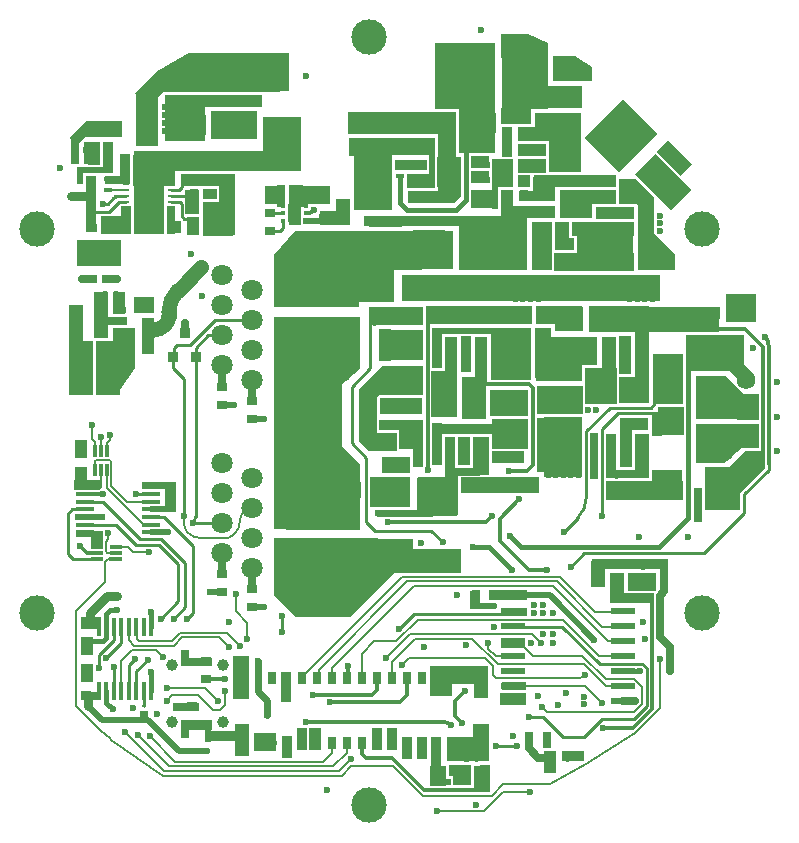
<source format=gbl>
G04*
G04 #@! TF.GenerationSoftware,Altium Limited,Altium Designer,22.0.2 (36)*
G04*
G04 Layer_Physical_Order=4*
G04 Layer_Color=16711680*
%FSLAX25Y25*%
%MOIN*%
G70*
G04*
G04 #@! TF.SameCoordinates,03AFB46A-AB1F-498B-8AA6-452B2CF56A70*
G04*
G04*
G04 #@! TF.FilePolarity,Positive*
G04*
G01*
G75*
%ADD12C,0.01000*%
%ADD14C,0.00800*%
%ADD26R,0.03500X0.03000*%
%ADD29R,0.09843X0.06693*%
%ADD33R,0.04000X0.06000*%
%ADD35R,0.03000X0.03500*%
%ADD36R,0.10984X0.10118*%
%ADD44R,0.06000X0.04000*%
%ADD92C,0.00800*%
%ADD99C,0.04000*%
%ADD100C,0.03000*%
%ADD101C,0.05000*%
%ADD102C,0.01800*%
%ADD103C,0.01500*%
%ADD104C,0.02500*%
%ADD105C,0.01200*%
%ADD106C,0.02200*%
%ADD107C,0.03500*%
%ADD108C,0.02000*%
%ADD199R,0.10300X0.03000*%
%ADD262C,0.22835*%
%ADD263R,0.06260X0.06260*%
%ADD264C,0.06260*%
%ADD265R,0.10394X0.10394*%
%ADD266C,0.10394*%
%ADD267C,0.03937*%
%ADD268C,0.07087*%
%ADD269C,0.11811*%
%ADD270C,0.02362*%
%ADD284R,0.01024X0.01063*%
%ADD285R,0.13386X0.06299*%
%ADD286R,0.01181X0.03898*%
%ADD287R,0.03898X0.01181*%
%ADD288R,0.01614X0.06299*%
%ADD289R,0.01457X0.01063*%
%ADD290R,0.07874X0.04331*%
%ADD291R,0.03150X0.03150*%
%ADD292R,0.07874X0.02362*%
%ADD293R,0.07000X0.06000*%
%ADD294R,0.03150X0.10630*%
%ADD295R,0.01800X0.02500*%
%ADD296R,0.03937X0.02362*%
%ADD297R,0.06102X0.01378*%
%ADD298R,0.03228X0.03622*%
%ADD299R,0.04724X0.04724*%
%ADD300R,0.04724X0.10630*%
%ADD301R,0.03150X0.04331*%
%ADD302R,0.02362X0.08661*%
G04:AMPARAMS|DCode=303|XSize=98.43mil|YSize=66.93mil|CornerRadius=0mil|HoleSize=0mil|Usage=FLASHONLY|Rotation=315.000|XOffset=0mil|YOffset=0mil|HoleType=Round|Shape=Rectangle|*
%AMROTATEDRECTD303*
4,1,4,-0.05846,0.01114,-0.01114,0.05846,0.05846,-0.01114,0.01114,-0.05846,-0.05846,0.01114,0.0*
%
%ADD303ROTATEDRECTD303*%

%ADD304R,0.06102X0.02362*%
%ADD305R,0.02500X0.01800*%
%ADD306R,0.07874X0.09843*%
%ADD307R,0.06339X0.02284*%
%ADD308R,0.02362X0.00984*%
%ADD309R,0.10236X0.11811*%
%ADD310R,0.08661X0.19685*%
%ADD311R,0.01772X0.01181*%
%ADD312R,0.03937X0.06299*%
%ADD313R,0.40500X0.06181*%
G04:AMPARAMS|DCode=314|XSize=68.47mil|YSize=119.4mil|CornerRadius=0mil|HoleSize=0mil|Usage=FLASHONLY|Rotation=300.000|XOffset=0mil|YOffset=0mil|HoleType=Round|Shape=Rectangle|*
%AMROTATEDRECTD314*
4,1,4,-0.06882,-0.00020,0.03459,0.05950,0.06882,0.00020,-0.03459,-0.05950,-0.06882,-0.00020,0.0*
%
%ADD314ROTATEDRECTD314*%

G04:AMPARAMS|DCode=315|XSize=62.93mil|YSize=104.6mil|CornerRadius=0mil|HoleSize=0mil|Usage=FLASHONLY|Rotation=315.000|XOffset=0mil|YOffset=0mil|HoleType=Round|Shape=Rectangle|*
%AMROTATEDRECTD315*
4,1,4,-0.05923,-0.01473,0.01473,0.05923,0.05923,0.01473,-0.01473,-0.05923,-0.05923,-0.01473,0.0*
%
%ADD315ROTATEDRECTD315*%

%ADD316R,0.05563X0.03900*%
%ADD317R,0.11000X0.04400*%
%ADD318R,0.33263X0.13047*%
%ADD319R,0.02918X0.05537*%
%ADD320R,0.09850X0.02900*%
%ADD321R,0.05791X0.02918*%
%ADD322R,0.02400X0.07200*%
%ADD323R,0.08250X0.03600*%
%ADD324R,0.02918X0.05837*%
%ADD325R,0.15100X0.18400*%
%ADD326R,0.04900X0.30300*%
%ADD327R,0.22086X0.10200*%
%ADD328R,0.03850X0.06000*%
%ADD329R,0.24854X0.21700*%
%ADD330R,0.04337X0.10528*%
%ADD331R,0.09200X0.06100*%
%ADD332R,0.07394X0.07800*%
%ADD333R,0.04802X0.08750*%
%ADD334R,0.12900X0.18400*%
%ADD335R,0.03250X0.05300*%
%ADD336R,0.03929X0.03897*%
%ADD337R,0.03972X0.13200*%
%ADD338R,0.03152X0.04066*%
%ADD339R,0.09878X0.06300*%
%ADD340R,0.22971X0.71100*%
%ADD341R,0.23882X0.17509*%
%ADD342R,0.26600X0.06300*%
%ADD343R,0.06800X0.16200*%
%ADD344R,0.52419X0.13000*%
%ADD345R,0.08600X0.15600*%
%ADD346R,0.13651X0.11400*%
%ADD347R,0.49800X0.06763*%
%ADD348R,0.10200X0.04537*%
%ADD349R,0.08750X0.02400*%
%ADD350R,0.36050X0.07500*%
%ADD351R,0.34800X0.17400*%
%ADD352R,0.04504X0.09600*%
%ADD353R,0.07460X0.10111*%
%ADD354R,0.07874X0.03181*%
%ADD355R,0.02500X0.02474*%
%ADD356R,0.08814X0.04181*%
%ADD357R,0.08358X0.02800*%
%ADD358R,0.04189X0.01322*%
%ADD359R,0.04385X0.06300*%
%ADD360R,0.07675X0.06200*%
%ADD361R,0.01714X0.06299*%
%ADD362R,0.08980X0.02227*%
%ADD363R,0.03880X0.06149*%
%ADD364R,0.04268X0.06300*%
%ADD365R,0.04268X0.07591*%
%ADD366R,0.07007X0.03909*%
%ADD367R,0.02528X0.04049*%
%ADD368R,0.06757X0.03110*%
%ADD369R,0.09600X0.05800*%
%ADD370R,0.04479X0.13645*%
%ADD371R,0.03200X0.14000*%
%ADD372R,0.18900X0.06300*%
%ADD373R,0.19132X0.08040*%
%ADD374R,0.04826X0.09351*%
%ADD375R,0.08100X0.18000*%
%ADD376R,0.26700X0.07800*%
%ADD377R,0.05450X0.24250*%
%ADD378R,0.22500X0.17600*%
%ADD379R,0.06993X0.05541*%
%ADD380R,0.15800X0.09200*%
%ADD381R,0.07800X0.07500*%
%ADD382R,0.07850X0.08900*%
%ADD383R,0.04700X0.18100*%
%ADD384R,0.04800X0.10800*%
%ADD385R,0.04300X0.07400*%
%ADD386R,0.07300X0.08700*%
%ADD387R,0.04400X0.12300*%
%ADD388R,0.05000X0.15465*%
%ADD389R,0.25800X0.03573*%
%ADD390R,0.18000X0.04472*%
%ADD391R,0.15800X0.22100*%
%ADD392R,0.05300X0.04100*%
%ADD393R,0.11400X0.05500*%
%ADD394R,0.02286X0.08884*%
%ADD395R,0.05500X0.07600*%
G04:AMPARAMS|DCode=396|XSize=33.23mil|YSize=82.02mil|CornerRadius=0mil|HoleSize=0mil|Usage=FLASHONLY|Rotation=135.000|XOffset=0mil|YOffset=0mil|HoleType=Round|Shape=Rectangle|*
%AMROTATEDRECTD396*
4,1,4,0.04075,0.01725,-0.01725,-0.04075,-0.04075,-0.01725,0.01725,0.04075,0.04075,0.01725,0.0*
%
%ADD396ROTATEDRECTD396*%

%ADD397R,0.02286X0.09584*%
%ADD398R,0.04100X0.07400*%
%ADD399R,0.02273X0.03900*%
%ADD400R,0.03700X0.18900*%
%ADD401R,0.12300X0.02300*%
%ADD402R,0.02000X0.16500*%
G04:AMPARAMS|DCode=403|XSize=39.46mil|YSize=86.27mil|CornerRadius=0mil|HoleSize=0mil|Usage=FLASHONLY|Rotation=45.000|XOffset=0mil|YOffset=0mil|HoleType=Round|Shape=Rectangle|*
%AMROTATEDRECTD403*
4,1,4,0.01655,-0.04445,-0.04445,0.01655,-0.01655,0.04445,0.04445,-0.01655,0.01655,-0.04445,0.0*
%
%ADD403ROTATEDRECTD403*%

%ADD404R,0.10000X0.01900*%
%ADD405R,0.03207X0.08044*%
%ADD406R,0.03100X0.11400*%
%ADD407R,0.14500X0.03800*%
%ADD408R,0.03400X0.07558*%
%ADD409R,0.08500X0.02900*%
%ADD410R,0.05001X0.08878*%
%ADD411R,0.03400X0.09950*%
%ADD412R,0.06200X0.06923*%
%ADD413R,0.03400X0.07198*%
%ADD414R,0.03400X0.07500*%
%ADD415R,0.03400X0.07198*%
%ADD416R,0.05581X0.09100*%
%ADD417R,0.05400X0.06874*%
%ADD418R,0.03700X0.03900*%
%ADD419R,0.03700X0.16100*%
%ADD420R,0.07600X0.03650*%
%ADD421R,0.07400X0.03400*%
%ADD422R,0.04200X0.07500*%
%ADD423R,0.03500X0.06462*%
%ADD424R,0.12700X0.03600*%
%ADD425R,0.13800X0.13145*%
%ADD426R,0.07200X0.08058*%
%ADD427R,0.07200X0.08500*%
%ADD428R,0.25000X0.06300*%
%ADD429R,0.14500X0.05800*%
%ADD430R,0.40700X0.07900*%
%ADD431R,0.04800X0.20800*%
%ADD432R,0.02800X0.15300*%
%ADD433R,0.09800X0.04400*%
%ADD434R,0.08700X0.09700*%
%ADD435R,0.13800X0.02900*%
%ADD436R,0.16300X0.09300*%
%ADD437R,0.03600X0.13300*%
%ADD438R,0.04400X0.16157*%
%ADD439R,0.10200X0.17000*%
%ADD440R,0.25300X0.04300*%
%ADD441R,0.31972X0.05363*%
G04:AMPARAMS|DCode=442|XSize=113.14mil|YSize=52.32mil|CornerRadius=0mil|HoleSize=0mil|Usage=FLASHONLY|Rotation=135.000|XOffset=0mil|YOffset=0mil|HoleType=Round|Shape=Rectangle|*
%AMROTATEDRECTD442*
4,1,4,0.05850,-0.02150,0.02150,-0.05850,-0.05850,0.02150,-0.02150,0.05850,0.05850,-0.02150,0.0*
%
%ADD442ROTATEDRECTD442*%

%ADD443R,0.13386X0.10200*%
%ADD444R,0.03500X0.19800*%
%ADD445R,0.26100X0.05200*%
%ADD446R,0.22400X0.03700*%
%ADD447R,0.09600X0.06100*%
%ADD448R,0.14623X0.03800*%
%ADD449R,0.10400X0.04700*%
%ADD450R,0.03300X0.10300*%
%ADD451R,0.04300X0.07300*%
%ADD452R,0.28700X0.04700*%
G04:AMPARAMS|DCode=453|XSize=43.84mil|YSize=86.97mil|CornerRadius=0mil|HoleSize=0mil|Usage=FLASHONLY|Rotation=45.000|XOffset=0mil|YOffset=0mil|HoleType=Round|Shape=Rectangle|*
%AMROTATEDRECTD453*
4,1,4,0.01525,-0.04625,-0.04625,0.01525,-0.01525,0.04625,0.04625,-0.01525,0.01525,-0.04625,0.0*
%
%ADD453ROTATEDRECTD453*%

%ADD454R,0.10000X0.09200*%
%ADD455R,0.86200X0.08900*%
%ADD456R,0.13100X0.20100*%
%ADD457R,0.04700X0.14700*%
%ADD458R,0.04400X0.12900*%
%ADD459R,0.03600X0.12000*%
%ADD460R,0.15269X0.04100*%
%ADD461R,0.10600X0.11100*%
%ADD462R,0.03600X0.13900*%
%ADD463R,0.07800X0.08900*%
%ADD464R,0.03700X0.15100*%
%ADD465R,0.12800X0.04300*%
%ADD466R,0.08700X0.04600*%
%ADD467R,0.03800X0.10236*%
%ADD468R,0.15517X0.09700*%
G04:AMPARAMS|DCode=469|XSize=169.71mil|YSize=96.86mil|CornerRadius=0mil|HoleSize=0mil|Usage=FLASHONLY|Rotation=135.000|XOffset=0mil|YOffset=0mil|HoleType=Round|Shape=Rectangle|*
%AMROTATEDRECTD469*
4,1,4,0.09425,-0.02576,0.02576,-0.09425,-0.09425,0.02576,-0.02576,0.09425,0.09425,-0.02576,0.0*
%
%ADD469ROTATEDRECTD469*%

%ADD470R,0.07100X0.06487*%
%ADD471R,0.03072X0.07422*%
%ADD472R,0.10900X0.04800*%
%ADD473R,0.03800X0.09900*%
%ADD474R,0.09400X0.05000*%
%ADD475R,0.14700X0.06400*%
%ADD476R,0.11300X0.22200*%
%ADD477R,0.09000X0.06300*%
%ADD478R,0.01900X0.16055*%
%ADD479R,0.09500X0.05000*%
%ADD480R,0.13100X0.21300*%
%ADD481R,0.02900X0.05500*%
%ADD482R,0.10800X0.03700*%
%ADD483R,0.20300X0.08600*%
%ADD484R,0.10900X0.03600*%
%ADD485R,0.08600X0.03100*%
%ADD486R,0.05800X0.13300*%
%ADD487R,0.03206X0.04400*%
%ADD488R,0.20300X0.04300*%
%ADD489R,0.06200X0.15700*%
%ADD490R,0.06400X0.04200*%
%ADD491R,0.10000X0.05500*%
%ADD492R,0.03800X0.14300*%
%ADD493R,0.09400X0.04000*%
%ADD494R,0.07300X0.06900*%
%ADD495R,0.12200X0.03700*%
%ADD496R,0.06600X0.09300*%
%ADD497R,0.04200X0.13563*%
%ADD498R,0.12117X0.37000*%
%ADD499R,0.13673X0.15200*%
%ADD500R,0.04400X0.09500*%
%ADD501R,0.05200X0.12900*%
%ADD502R,0.04100X0.14300*%
%ADD503R,0.08400X0.14300*%
%ADD504R,0.04100X0.16300*%
%ADD505R,0.05300X0.16600*%
%ADD506R,0.15700X0.14300*%
%ADD507R,0.09800X0.08196*%
%ADD508R,0.10500X0.11900*%
%ADD509R,0.04900X0.14300*%
%ADD510R,0.09900X0.08700*%
%ADD511R,0.15300X0.09704*%
%ADD512R,0.12900X0.08900*%
%ADD513R,0.14300X0.05604*%
%ADD514R,0.17900X0.06400*%
%ADD515R,0.12200X0.10000*%
%ADD516R,0.35500X0.06000*%
%ADD517R,0.15800X0.06000*%
%ADD518R,0.13800X0.17400*%
%ADD519R,0.14700X0.10466*%
%ADD520R,0.14500X0.03600*%
%ADD521R,0.14100X0.08400*%
%ADD522R,0.04800X0.03600*%
G04:AMPARAMS|DCode=523|XSize=163.34mil|YSize=183.14mil|CornerRadius=0mil|HoleSize=0mil|Usage=FLASHONLY|Rotation=135.000|XOffset=0mil|YOffset=0mil|HoleType=Round|Shape=Rectangle|*
%AMROTATEDRECTD523*
4,1,4,0.12250,0.00700,-0.00700,-0.12250,-0.12250,-0.00700,0.00700,0.12250,0.12250,0.00700,0.0*
%
%ADD523ROTATEDRECTD523*%

%ADD524R,0.08329X0.02900*%
%ADD525R,0.11000X0.09700*%
%ADD526R,0.05400X0.10900*%
%ADD527R,0.10300X0.10000*%
%ADD528R,0.14000X0.08700*%
%ADD529R,0.07428X0.17763*%
%ADD530R,0.10278X0.05850*%
%ADD531R,0.05472X0.18437*%
%ADD532R,0.09871X0.11200*%
%ADD533R,0.03000X0.09300*%
%ADD534R,0.04200X0.06300*%
%ADD535R,0.04572X0.08400*%
%ADD536R,0.18472X0.04200*%
%ADD537R,0.21000X0.04600*%
%ADD538R,0.27700X0.03963*%
%ADD539R,0.48529X0.03800*%
G36*
X6800Y181118D02*
X-3300Y181707D01*
Y165900D01*
X-31800D01*
Y183342D01*
X-31333D01*
X-31829Y183371D01*
X-24821Y191400D01*
X14308D01*
X6800Y181118D01*
D02*
G37*
G36*
X-9500Y143400D02*
X-7222Y145678D01*
X-3218Y145291D01*
X-8899Y140263D01*
X-9179Y138900D01*
X-27100D01*
Y146655D01*
X-9500Y143400D01*
D02*
G37*
G36*
X-78012Y145600D02*
X-83183Y138565D01*
X-88500Y140000D01*
Y154700D01*
X-78012D01*
Y145600D01*
D02*
G37*
G36*
X18000Y136700D02*
X3297D01*
X2662Y136065D01*
Y128904D01*
X2641Y128873D01*
X2586Y128600D01*
Y125000D01*
X2641Y124727D01*
X2662Y124696D01*
Y118400D01*
Y118100D01*
X-197D01*
X-3300Y121203D01*
Y138596D01*
X4568Y146464D01*
X18000D01*
Y136700D01*
D02*
G37*
G36*
X-2900Y113600D02*
Y106557D01*
X-15632Y120336D01*
X-10702Y121402D01*
X-2900Y113600D01*
D02*
G37*
G36*
X-89100Y106200D02*
X-90100Y105200D01*
X-98300Y105200D01*
Y108100D01*
Y108500D01*
X-89100D01*
Y106200D01*
D02*
G37*
G36*
X-64400Y97600D02*
X-68100D01*
Y105400D01*
X-75800D01*
Y107700D01*
X-64400D01*
Y97600D01*
D02*
G37*
G36*
X9682Y78237D02*
X-6301Y62600D01*
X-24335Y62600D01*
X-31800Y69941D01*
Y78700D01*
X9493D01*
X9682Y78237D01*
D02*
G37*
G36*
X124900Y144600D02*
X105600Y144600D01*
Y156800D01*
X124900D01*
Y144600D01*
D02*
G37*
G36*
X129000Y133000D02*
Y128600D01*
X108900D01*
Y142900D01*
X119100D01*
X129000Y133000D01*
D02*
G37*
G36*
Y123200D02*
X118168Y113900D01*
X109000D01*
Y127209D01*
X129000D01*
Y123200D01*
D02*
G37*
G36*
X104600Y101800D02*
X78900D01*
Y108200D01*
X104600D01*
Y101800D01*
D02*
G37*
G36*
X131800Y112300D02*
X123500Y104000D01*
X123500Y98400D01*
X111800D01*
Y112800D01*
X120200D01*
X125300Y117900D01*
X131800D01*
X131800Y112300D01*
D02*
G37*
G36*
X59700Y254100D02*
Y249147D01*
X43900D01*
Y257078D01*
X53085D01*
X59700Y254100D01*
D02*
G37*
G36*
X74300Y245931D02*
Y241812D01*
X73945Y241459D01*
X61122Y241547D01*
Y249600D01*
X68523D01*
X74300Y245931D01*
D02*
G37*
G36*
X30600Y202891D02*
X28355Y200645D01*
X22900D01*
X30600Y207126D01*
Y202891D01*
D02*
G37*
G36*
X102100Y183600D02*
X94200Y191500D01*
X89500D01*
Y178285D01*
X102100D01*
Y183600D01*
D02*
G37*
G36*
X88800Y208700D02*
X83200Y208700D01*
Y200500D01*
X89000D01*
X88920Y200542D01*
X88797Y200671D01*
X88740Y200841D01*
X88761Y201019D01*
X88800Y201100D01*
Y201100D01*
X88800Y208700D01*
D02*
G37*
D12*
X-58700Y93919D02*
G03*
X-57760Y96189I-2270J2270D01*
G01*
X69471Y95671D02*
G03*
X72400Y102742I-7071J7071D01*
G01*
X-84660Y202889D02*
G03*
X-84721Y202823I701J-713D01*
G01*
X-98831Y82131D02*
X-90869D01*
X-100300Y83600D02*
Y97228D01*
Y83600D02*
X-98831Y82131D01*
X-28914Y57842D02*
Y63096D01*
X-60700Y62181D02*
X-58800Y64081D01*
Y86400D01*
X-61700Y97100D02*
Y142200D01*
X-58700Y93919D02*
X-49000D01*
X-57760Y96189D02*
Y149563D01*
X-72693Y96056D02*
X-68456D01*
X-58800Y86400D01*
X400Y145667D02*
Y160900D01*
X-5854Y139413D02*
X400Y145667D01*
X-5854Y120634D02*
Y139413D01*
Y120634D02*
X-1000Y115781D01*
X1962Y91438D02*
X20762D01*
X24600Y87600D01*
X-1000Y94400D02*
Y115781D01*
Y94400D02*
X1962Y91438D01*
X64341Y59560D02*
X76800Y47100D01*
X47852Y59560D02*
X64341D01*
X76800Y47100D02*
X91086D01*
X5421Y131679D02*
X5600D01*
Y132500D01*
X-29822Y191237D02*
X-28749Y192310D01*
X-33072Y191237D02*
X-29822D01*
X-28749Y192310D02*
Y194737D01*
X64900Y91100D02*
X69471Y95671D01*
X-27500Y16781D02*
Y20599D01*
X-18727Y198428D02*
X-18501D01*
X-21071Y197296D02*
X-20981Y197387D01*
X-84368Y203176D02*
X-81040D01*
X-84660Y202889D02*
X-84368Y203176D01*
X-92650Y198950D02*
Y200300D01*
X-82635Y54054D02*
Y59365D01*
X-87755Y48935D02*
X-82635Y54054D01*
X-90136Y50101D02*
X-85100Y55137D01*
X-90136Y45881D02*
Y50101D01*
X64500Y22800D02*
X71733D01*
X77505Y28573D01*
X88227D01*
X58000Y29300D02*
X64500Y22800D01*
X53400Y29300D02*
X58000D01*
X92600Y32946D02*
Y45586D01*
X88227Y28573D02*
X92600Y32946D01*
X91086Y47100D02*
X92600Y45586D01*
X15028Y63800D02*
X47893D01*
X47852Y59560D02*
X47893Y59600D01*
X26653Y211000D02*
X29180Y208472D01*
X-94175Y96075D02*
X-89275D01*
X-88800Y96000D02*
X-88750Y96050D01*
X-89200Y96000D02*
X-88800D01*
X-89275Y96075D02*
X-89200Y96000D01*
X-88874Y101174D02*
X-76438Y88738D01*
X-94740Y101174D02*
X-88874D01*
X-76438Y88738D02*
X-69438D01*
X-77800Y103722D02*
X-73079D01*
Y103922D02*
X-72890Y103733D01*
X-94200Y96050D02*
X-94175Y96075D01*
X-77600Y44600D02*
X-73800Y48400D01*
X-77600Y38140D02*
Y44600D01*
X-94740Y93497D02*
X-84497D01*
X-77881Y86881D02*
X-70181D01*
X-84497Y93497D02*
X-77881Y86881D01*
X-63700Y67962D02*
Y80400D01*
X-70181Y86881D02*
X-63700Y80400D01*
X-61300Y66000D02*
Y80600D01*
X-65100Y62200D02*
X-61300Y66000D01*
X-69481Y62181D02*
X-63700Y67962D01*
X-69438Y88738D02*
X-61300Y80600D01*
X-85100Y55137D02*
Y59400D01*
X-82635Y59365D02*
X-82600Y59400D01*
X-98913Y98615D02*
X-94740D01*
X-100300Y97228D02*
X-98913Y98615D01*
X-80100Y46700D02*
X-78000Y48800D01*
X-80100Y38140D02*
Y46700D01*
X-57760Y149563D02*
Y152540D01*
X-85200Y38240D02*
Y46100D01*
X-75100Y33083D02*
Y38140D01*
X42600Y161796D02*
Y165000D01*
X72400Y102742D02*
Y124700D01*
X-60772Y203169D02*
X-59772Y202169D01*
Y200837D02*
Y202169D01*
X-66071Y203169D02*
X-60772D01*
X111500Y83900D02*
X125100Y97500D01*
X71561Y83900D02*
X111500D01*
X125100Y97500D02*
Y103700D01*
X67161Y79500D02*
X71561Y83900D01*
X-87172Y213001D02*
Y219337D01*
X-88500Y211673D02*
X-87172Y213001D01*
X-65112Y149691D02*
Y152288D01*
X-64000Y153400D01*
X-65240Y149563D02*
X-65112Y149691D01*
X-65240Y145740D02*
Y149563D01*
Y145740D02*
X-61700Y142200D01*
X-64000Y153400D02*
X-59600D01*
X-51320Y161680D01*
X-39000D01*
X-57760Y152540D02*
X-53620Y156680D01*
X-49000D01*
X77600Y96400D02*
Y125400D01*
X102546Y130644D02*
X103402Y131500D01*
X77600Y125400D02*
X82844Y130644D01*
X16200Y203500D02*
X16600Y203100D01*
Y201400D02*
Y203100D01*
X9814Y58586D02*
X15028Y63800D01*
X35000Y66600D02*
X35281Y66319D01*
X42116Y19700D02*
X49300D01*
X-22500Y24600D02*
Y24700D01*
Y20599D02*
Y24600D01*
X-83272Y201200D02*
X-81032D01*
X-85307Y202237D02*
X-84721Y202823D01*
X-86872Y197600D02*
X-83272Y201200D01*
X-91300Y197600D02*
X-86872D01*
X-81040Y203176D02*
X-81032Y203169D01*
X-88800Y200500D02*
X-88782Y200518D01*
X-87026D02*
X-85307Y202237D01*
X-88782Y200518D02*
X-87026D01*
X-92650Y198950D02*
X-91300Y197600D01*
X-62545Y196373D02*
Y200545D01*
X-63200Y201200D02*
X-62545Y200545D01*
X-66071Y201200D02*
X-63200D01*
X-66071Y205137D02*
X-63271D01*
X-62471Y205937D02*
Y209837D01*
X-63271Y205137D02*
X-62471Y205937D01*
X125100Y103700D02*
X133200Y111800D01*
Y113700D01*
X95100Y133672D02*
Y136100D01*
X80200Y132500D02*
X93928D01*
X95100Y136100D02*
X99800Y140800D01*
X93928Y132500D02*
X95100Y133672D01*
X72400Y124700D02*
X80200Y132500D01*
X82844Y130644D02*
X102546D01*
X21300Y161796D02*
X42700D01*
X42600Y165000D02*
X43100Y165500D01*
X101700Y138200D02*
X101800D01*
X103250Y139650D02*
Y142700D01*
X101800Y138200D02*
X103250Y139650D01*
X-96222Y208437D02*
X-95927Y208731D01*
X19150Y208450D02*
X20600Y209900D01*
X16200Y218500D02*
X20400D01*
X20600Y218300D01*
X17100Y208450D02*
X19150D01*
X-62545Y196373D02*
X-61596Y195425D01*
X-59527D01*
X-59400Y195298D01*
X-24910Y198387D02*
X-23442Y199855D01*
X-33012Y197296D02*
X-28749D01*
X-33072Y197237D02*
X-33012Y197296D01*
D14*
X-60800Y91100D02*
G03*
X-55489Y88900I5311J5311D01*
G01*
X-61700Y93273D02*
G03*
X-60800Y91100I3073J0D01*
G01*
X-48527Y88900D02*
G03*
X-44900Y90400I6J5121D01*
G01*
X69105Y42300D02*
G03*
X71860Y43441I0J3896D01*
G01*
X-75212Y93562D02*
G03*
X-75055Y93497I156J157D01*
G01*
X72333Y13638D02*
G03*
X72390Y13671I-533J962D01*
G01*
X-39000Y98919D02*
G03*
X-43048Y94876I0J-4048D01*
G01*
X-44900Y90400D02*
G03*
X-43048Y94873I-4471J4471D01*
G01*
X-67450Y34874D02*
X-65591Y36733D01*
X-56933D01*
X-67450Y39226D02*
X-54726D01*
X-68150D02*
X-67450D01*
X71100Y49800D02*
X78800Y42100D01*
X88400D02*
X91000Y39500D01*
X78800Y42100D02*
X88400D01*
X51430Y53000D02*
X54630Y49800D01*
X71100D01*
X-56933Y36733D02*
X-52000Y31800D01*
X-16699Y43053D02*
Y45149D01*
X-17500Y42253D02*
X-16699Y43053D01*
Y45149D02*
X12760Y74609D01*
X62491D01*
X77600Y59500D02*
X84507D01*
X-44478Y64578D02*
X-40678Y60778D01*
X-44478Y64578D02*
Y70441D01*
X-40678Y55381D02*
Y60778D01*
X-73000Y22900D02*
X-64600Y14500D01*
X-15234D01*
X-81300Y24300D02*
X-68500Y11500D01*
X-79000Y51700D02*
X-71000D01*
X-68600Y49300D01*
X-62479Y55900D02*
X-50000D01*
X-46700Y52600D01*
X-65179Y53200D02*
X-62479Y55900D01*
X-63100Y57400D02*
X-47400D01*
X-65800Y54700D02*
X-63100Y57400D01*
X-47400D02*
X-43100Y53100D01*
X-61700Y96300D02*
Y97100D01*
Y93273D02*
Y96300D01*
X-55489Y88900D02*
X-48527D01*
X-89500Y107000D02*
Y111731D01*
X-97700Y64800D02*
X-88100Y74400D01*
X-97700Y32926D02*
Y64800D01*
X-88100Y74400D02*
Y81000D01*
X-12500Y42253D02*
Y45800D01*
X14809Y73109D01*
X61191D01*
X-97700Y32926D02*
X-94353Y29579D01*
X64474Y61800D02*
X76674Y49600D01*
X16254Y61800D02*
X64474D01*
X76674Y49600D02*
X84507D01*
X-21794Y43549D02*
X10857Y76200D01*
X63600D01*
X79613Y54687D02*
X84507D01*
X71751Y43441D02*
X71860D01*
X42296Y42300D02*
X69105D01*
X-10126Y11500D02*
X-6152Y15474D01*
X-68500Y11500D02*
X-10126D01*
X-6038Y12962D02*
X7960D01*
X-9119Y9881D02*
X-6038Y12962D01*
X-68845Y9881D02*
X-9119D01*
X-84721Y81941D02*
X-84531Y82131D01*
X-88100Y81000D02*
X-87159Y81941D01*
X-84721D01*
X62491Y74609D02*
X77600Y59500D01*
X44700Y4400D02*
X53758D01*
X38200Y-2100D02*
X44700Y4400D01*
X22600Y-2100D02*
X38200D01*
X61191Y73109D02*
X79613Y54687D01*
X47893Y39600D02*
X71800D01*
X51430Y53000D02*
Y53819D01*
X50649Y54600D02*
X51430Y53819D01*
X-66774Y13000D02*
X-12000D01*
X-15234Y14500D02*
X-12500Y17234D01*
X-12000Y13000D02*
X-7481Y17519D01*
X-77137Y23363D02*
X-66774Y13000D01*
X-87532Y105882D02*
X-75212Y93562D01*
X-75055Y93497D02*
X-72693D01*
X-75212Y93562D02*
X-75212Y93562D01*
X-7481Y17519D02*
Y20580D01*
X7960Y12962D02*
X17622Y3300D01*
X-85997Y21897D02*
X-68845Y9881D01*
X17622Y3300D02*
X17900D01*
X18000Y3200D01*
X40856D01*
X38656Y49000D02*
X41300Y46356D01*
X13149Y49000D02*
X38656D01*
X10909Y46760D02*
X13149Y49000D01*
X57500Y32700D02*
X59281Y30919D01*
X57500Y32700D02*
Y32760D01*
X59281Y30919D02*
X88311D01*
X91000Y33608D01*
X71800Y39600D02*
X77500Y33900D01*
X39671Y52227D02*
Y54091D01*
X42298Y49600D02*
X47893D01*
X39671Y52227D02*
X42298Y49600D01*
X44556Y6900D02*
X60181D01*
X72333Y13638D01*
X72390Y13671D02*
X88518Y23914D01*
X59338Y21688D02*
X60000Y22350D01*
X59338Y20138D02*
Y21688D01*
X91000Y33608D02*
Y39500D01*
X88518Y23914D02*
X97000Y32396D01*
Y48800D01*
X47893Y54600D02*
X50649D01*
X42796Y46981D02*
X71619D01*
X79000Y39600D01*
X84507D01*
X34237Y55540D02*
X42796Y46981D01*
X15297Y55540D02*
X34237D01*
X41300Y43296D02*
Y46356D01*
Y43296D02*
X42296Y42300D01*
X40856Y3200D02*
X44556Y6900D01*
X75300Y64500D02*
X84507D01*
X63600Y76200D02*
X75300Y64500D01*
X13615Y57040D02*
X54373D01*
X57400Y54014D01*
X37106Y213500D02*
Y215094D01*
X-87515Y120689D02*
X-86534Y121670D01*
X-87532Y118069D02*
X-87515Y118086D01*
X-86534Y121670D02*
Y123362D01*
X-87515Y118086D02*
Y120689D01*
X-89500Y118069D02*
Y122600D01*
X-85900Y106400D02*
Y114431D01*
Y106400D02*
X-80674Y101174D01*
X-87532Y105882D02*
Y111731D01*
X-80674Y101174D02*
X-72693D01*
X-84531Y86068D02*
X-80276D01*
X-78707Y84500D01*
X-73500D01*
X-89792Y25178D02*
X-86027Y21924D01*
X-85997Y21897D01*
X-87039Y88631D02*
Y90800D01*
X-87821Y87850D02*
X-87039Y88631D01*
X-87352Y84100D02*
X-84531D01*
X-87821Y84569D02*
X-87352Y84100D01*
X-87821Y84569D02*
Y87850D01*
X-42009Y21022D02*
Y22153D01*
X-89792Y25178D02*
X-89792Y25178D01*
X-94353Y29579D02*
X-89792Y25178D01*
X-76700Y54700D02*
X-65800D01*
X-80100Y54900D02*
X-78400Y53200D01*
X-82600Y48100D02*
X-79000Y51700D01*
X-78400Y53200D02*
X-65179D01*
X-77519Y55519D02*
X-76700Y54700D01*
X-82600Y38140D02*
Y48100D01*
X-92460Y121960D02*
Y126619D01*
X-91469Y118069D02*
Y120968D01*
X-92460Y121960D02*
X-91469Y120968D01*
X-86369Y114900D02*
X-85900Y114431D01*
X-91137Y114900D02*
X-86369D01*
X-91469Y111731D02*
Y114568D01*
X-91137Y114900D01*
X-80100Y54900D02*
Y59400D01*
X-77519Y55519D02*
Y59319D01*
X-77600Y59400D02*
X-77519Y59319D01*
X-85200Y38240D02*
X-85100Y38140D01*
X-43048Y94873D02*
X-43048Y94876D01*
X5644Y49069D02*
X13615Y57040D01*
X7500Y47743D02*
X15297Y55540D01*
X48487Y44494D02*
X48593Y44600D01*
X9024Y54571D02*
X16254Y61800D01*
X-52000Y31800D02*
X-49800D01*
X-54726Y39226D02*
X-50381Y34881D01*
X89850Y68900D02*
X93500D01*
X-48100Y33500D02*
Y38100D01*
X-49800Y31800D02*
X-48100Y33500D01*
X-12500Y17234D02*
Y20599D01*
X-65600Y100100D02*
X-65350Y99850D01*
X47893Y63800D02*
X48593Y64500D01*
X-7500Y20599D02*
X-7481Y20580D01*
X1571Y54571D02*
X9024D01*
X-2500Y42253D02*
Y50500D01*
X1571Y54571D01*
X7500Y42253D02*
Y47743D01*
X-81051Y205119D02*
X-81032Y205137D01*
X-86881Y205119D02*
X-81051D01*
X-86900Y205100D02*
X-86881Y205119D01*
X-44285Y24430D02*
X-42009Y22153D01*
X16175Y213475D02*
X16200Y213500D01*
X9625Y213475D02*
X16175D01*
X9600Y213450D02*
X9625Y213475D01*
X37106Y208500D02*
Y210194D01*
X7400Y20499D02*
X7500Y20599D01*
X17500D02*
X17600Y20499D01*
D26*
X-49000Y133500D02*
D03*
Y139500D02*
D03*
X-38900Y72000D02*
D03*
Y66000D02*
D03*
X-49000Y71200D02*
D03*
Y77200D02*
D03*
X-38900Y128600D02*
D03*
Y134600D02*
D03*
X-96300Y117200D02*
D03*
Y111200D02*
D03*
X-94300Y42600D02*
D03*
Y36600D02*
D03*
X5600Y132500D02*
D03*
Y126500D02*
D03*
Y162900D02*
D03*
Y156900D02*
D03*
X58500Y156100D02*
D03*
X42900D02*
D03*
Y133100D02*
D03*
Y127100D02*
D03*
Y162100D02*
D03*
X58500Y133100D02*
D03*
Y127100D02*
D03*
Y162100D02*
D03*
X-58900Y32900D02*
D03*
Y26900D02*
D03*
X-54300Y47900D02*
D03*
Y41900D02*
D03*
X-92400Y192300D02*
D03*
Y186300D02*
D03*
X-45871Y241037D02*
D03*
Y235037D02*
D03*
X51800Y223800D02*
D03*
Y229800D02*
D03*
X10100Y219400D02*
D03*
Y225400D02*
D03*
X-50836Y241137D02*
D03*
Y235137D02*
D03*
X-55800D02*
D03*
Y241137D02*
D03*
X-92400Y181500D02*
D03*
Y175500D02*
D03*
X-87300D02*
D03*
Y181500D02*
D03*
X-94500Y60600D02*
D03*
Y54600D02*
D03*
X-54272Y208337D02*
D03*
Y214337D02*
D03*
X-49272Y208337D02*
D03*
Y214337D02*
D03*
X-14972Y201737D02*
D03*
Y195737D02*
D03*
X-33171Y197337D02*
D03*
Y191337D02*
D03*
X-72471Y215137D02*
D03*
Y221137D02*
D03*
X86028Y191737D02*
D03*
Y197737D02*
D03*
D29*
X37200Y227300D02*
D03*
X21452D02*
D03*
X-59548Y226600D02*
D03*
X-43800D02*
D03*
D33*
X-94100Y151000D02*
D03*
X-86100D02*
D03*
X-94100Y143400D02*
D03*
X-86100D02*
D03*
D35*
X-74000Y152100D02*
D03*
X-80000D02*
D03*
X56100Y218200D02*
D03*
X62100D02*
D03*
X45500Y208200D02*
D03*
X51500D02*
D03*
X45500Y213300D02*
D03*
X51500D02*
D03*
X-58271Y193700D02*
D03*
X-52271D02*
D03*
X59900Y16300D02*
D03*
X65900D02*
D03*
X53200Y22800D02*
D03*
X59200D02*
D03*
X-58271Y198669D02*
D03*
X-52271D02*
D03*
X-58271Y203637D02*
D03*
X-52271D02*
D03*
X-98172Y215300D02*
D03*
X-92172D02*
D03*
X-87500D02*
D03*
X-81500D02*
D03*
X58000Y187300D02*
D03*
X64000D02*
D03*
X58000Y182500D02*
D03*
X64000D02*
D03*
X51500Y203237D02*
D03*
X45500D02*
D03*
X28000Y11500D02*
D03*
X22000D02*
D03*
X32500D02*
D03*
X38500D02*
D03*
X51500Y218300D02*
D03*
X45500D02*
D03*
X76400Y75600D02*
D03*
X82400D02*
D03*
X35500Y70000D02*
D03*
X41500D02*
D03*
X-75072Y193037D02*
D03*
X-81072D02*
D03*
X-64400Y193100D02*
D03*
X-70400D02*
D03*
X-29372Y204937D02*
D03*
X-23371D02*
D03*
D36*
X19800Y186600D02*
D03*
X45154D02*
D03*
D44*
X3900Y218400D02*
D03*
Y226400D02*
D03*
X-3700Y218400D02*
D03*
Y226400D02*
D03*
D92*
X-75212Y93562D02*
D03*
D99*
X91700Y201400D02*
X91800Y201300D01*
D100*
X-87522Y69600D02*
X-83900D01*
X-93000Y64122D02*
X-87522Y69600D01*
X18679Y185479D02*
X19800Y186600D01*
X-99500Y203200D02*
X-93400D01*
X-94250Y60600D02*
X-93000Y61850D01*
Y64122D01*
X-94500Y60600D02*
X-94250D01*
X87550Y80313D02*
X90997D01*
X-94250Y60600D02*
X-94100D01*
X-93700Y33100D02*
Y36000D01*
X-94300Y36600D02*
X-94050D01*
X-94500Y54600D02*
X-94250D01*
X-94300Y42600D02*
X-94159D01*
X-37000Y22626D02*
X-35639Y21264D01*
X-32575D01*
X-32500Y20599D02*
Y21190D01*
X-32575Y21264D02*
X-32500Y21190D01*
X32950Y18700D02*
X35650Y16000D01*
X37300Y18850D02*
Y19300D01*
X-92400Y181500D02*
Y186300D01*
D101*
X-72346Y158300D02*
G03*
X-68000Y160100I0J6146D01*
G01*
X-63871Y171429D02*
G03*
X-66800Y164358I7071J-7071D01*
G01*
X-68000Y160100D02*
G03*
X-66800Y162997I-2897J2897D01*
G01*
X125359Y132743D02*
X125700D01*
X117000Y135700D02*
X118032Y134668D01*
X-63871Y171429D02*
X-55900Y179400D01*
X-73200Y158300D02*
X-72346D01*
X-66800Y162997D02*
Y164358D01*
X117000Y120109D02*
X118459D01*
X121009Y122659D02*
X125459D01*
X125700Y122900D01*
X118459Y120109D02*
X121009Y122659D01*
X117000Y151288D02*
Y151291D01*
X125700Y142585D02*
Y142588D01*
X117000Y151288D02*
X125700Y142588D01*
D102*
X-75072Y202633D02*
X-73552Y204153D01*
X-75072Y193037D02*
Y202633D01*
X-38950Y134650D02*
X-38900Y134600D01*
X-39000Y141680D02*
X-38950Y141630D01*
X-87600Y63846D02*
X-86546Y64900D01*
X-87600Y55747D02*
Y63846D01*
X-86546Y64900D02*
X-83900D01*
X-72600Y59400D02*
Y64500D01*
X12500Y198300D02*
X28800D01*
X10200Y200600D02*
X12500Y198300D01*
X28800D02*
X32300Y201800D01*
X10200Y200600D02*
Y209750D01*
X-87600Y34200D02*
X-85500Y32100D01*
X-87600Y34200D02*
Y38140D01*
X-42600Y38400D02*
Y42150D01*
X-88747Y54600D02*
X-87600Y55747D01*
X-94500Y54600D02*
X-88747D01*
X-72600Y38140D02*
Y44340D01*
X32300Y201800D02*
Y232242D01*
X83900Y69500D02*
X84000Y69600D01*
D103*
X1700Y160700D02*
X4100Y163100D01*
X84507Y44600D02*
X90219D01*
X46900Y89700D02*
X50600Y86000D01*
X37169Y117369D02*
X37600Y117800D01*
X34600Y86100D02*
X39922D01*
X47476Y78546D01*
X50600Y86000D02*
X96500D01*
X106300Y95800D01*
Y145100D01*
X37169Y112679D02*
Y117369D01*
X36290Y111800D02*
X37169Y112679D01*
X42100Y208400D02*
X44400Y210700D01*
X37106Y203500D02*
X40844D01*
X37106D02*
X37483Y203877D01*
X44447Y207148D02*
X44574Y207200D01*
X44750D02*
X45500Y207950D01*
X44574Y207200D02*
X44750D01*
X45500Y207950D02*
Y208200D01*
X44400Y209300D02*
Y210700D01*
D104*
X-49000Y139500D02*
Y146680D01*
X84507Y34600D02*
X88444D01*
X56400Y15800D02*
X60000D01*
X-38950Y72050D02*
Y78869D01*
X-49000Y77200D02*
Y83919D01*
X-38950Y134650D02*
Y141630D01*
X-87200Y181600D02*
X-84100D01*
X-87300Y181500D02*
X-87200Y181600D01*
X-32500Y42253D02*
Y42400D01*
X-32400Y42500D01*
X87450Y80313D02*
X90641D01*
X96950Y69792D02*
X98400Y71242D01*
Y79905D01*
X90641Y80313D02*
X91178Y79777D01*
X-96301Y117349D02*
X-95901D01*
X-95800Y117450D02*
Y117850D01*
X-95901Y117349D02*
X-95800Y117450D01*
X-96301Y117349D02*
X-96300Y117349D01*
Y117200D02*
Y117349D01*
X-61500Y157437D02*
Y160800D01*
X100300Y44800D02*
Y52800D01*
X96950Y56150D02*
Y69792D01*
Y56150D02*
X100300Y52800D01*
X-88100Y161400D02*
X-88000Y161300D01*
X-95800Y175500D02*
X-92400D01*
X53200Y19000D02*
Y22800D01*
Y19000D02*
X56400Y15800D01*
X-87300Y175500D02*
X-83900D01*
X27600Y111200D02*
X36290D01*
X-92400Y181500D02*
X-87300D01*
X96668Y209332D02*
X96785Y209450D01*
D105*
X26098Y27502D02*
G03*
X24690Y27781I-1408J-3412D01*
G01*
X27300Y26700D02*
G03*
X26098Y27502I-2610J-2610D01*
G01*
X-20186Y197296D02*
G03*
X-19241Y197687I0J1335D01*
G01*
X133200Y153061D02*
G03*
X131900Y156200I-4439J0D01*
G01*
X-38950Y72050D02*
X-38900Y72000D01*
X-39000Y78919D02*
X-38950Y78869D01*
X-67192Y106292D02*
X-65300Y104400D01*
X-21044Y27781D02*
X24690D01*
X-7076Y42677D02*
Y46398D01*
X-7500Y42253D02*
X-7076Y42677D01*
X54500Y113300D02*
Y139100D01*
X37000Y140300D02*
X53300D01*
X54500Y139100D01*
X46600Y111300D02*
X52500D01*
X54500Y113300D01*
X36419Y139506D02*
X37000Y140087D01*
X34706Y139506D02*
X36419D01*
X37000Y140087D02*
Y140300D01*
X32679Y232621D02*
X33219Y233160D01*
X32300Y232242D02*
X32679Y232621D01*
X-18880Y36820D02*
X-18854Y36847D01*
X10246Y34365D02*
X12500Y36619D01*
X-13200Y34365D02*
X10246D01*
X847Y36847D02*
X2500Y38500D01*
X-18854Y36847D02*
X847D01*
X104000Y160800D02*
X106100Y158700D01*
X28600Y29871D02*
X30977Y27494D01*
X28600Y34700D02*
X31800Y37900D01*
X28600Y29871D02*
Y34700D01*
X43539Y95539D02*
X50000Y102000D01*
X43539Y88161D02*
X53219Y78481D01*
X43539Y88161D02*
Y95539D01*
X-19241Y197687D02*
X-18501Y198428D01*
X-21071Y197296D02*
X-20186D01*
X7726Y15600D02*
X18326Y5000D01*
X-1075Y15600D02*
X7726D01*
X-2500Y17025D02*
X-1075Y15600D01*
X-2500Y17025D02*
Y20599D01*
X18326Y5000D02*
X36200D01*
X78000Y25700D02*
X87900D01*
X94400Y32200D01*
Y67900D01*
X12450Y16419D02*
Y20549D01*
X2500Y38500D02*
Y42253D01*
X12500Y36619D02*
Y42253D01*
X-94707Y103700D02*
X-88800D01*
X-27734Y36366D02*
X-27500Y36600D01*
Y42253D01*
X-21132Y27869D02*
X-21044Y27781D01*
X17550Y20449D02*
X17600Y20499D01*
X17550Y16523D02*
Y20449D01*
X-96300Y86300D02*
X-94100Y84100D01*
X-90869D01*
X-94740Y106292D02*
X-94454Y106578D01*
X6300Y94319D02*
X38900D01*
X41081Y96500D01*
X53219Y78481D02*
X59273D01*
X133200Y113700D02*
Y153061D01*
X85207Y69500D02*
X85807Y68900D01*
X-54300Y41900D02*
X-48100D01*
X2500Y20599D02*
Y24558D01*
X17550Y16523D02*
X17600Y16473D01*
X12450Y20549D02*
X12500Y20599D01*
X35778Y7278D02*
X36000Y7500D01*
X22000Y11500D02*
X22331Y11169D01*
X34600Y69100D02*
X35500Y70000D01*
X34600Y67903D02*
Y69100D01*
X106100Y158700D02*
X125309D01*
X131200Y152809D01*
X125700Y113057D02*
X128230Y115587D01*
X129187D02*
X131200Y117600D01*
Y152809D01*
X128230Y115587D02*
X129187D01*
X106300Y145100D02*
X110998Y149798D01*
X115507D01*
X117000Y151291D01*
X112800Y163500D02*
Y164100D01*
X7500Y20599D02*
Y24400D01*
X19500Y111622D02*
Y161600D01*
X34361Y236000D02*
X36058D01*
X33219Y234858D02*
X34361Y236000D01*
X33219Y233160D02*
Y234858D01*
X20835Y210383D02*
Y220465D01*
X18200Y220600D02*
X20700D01*
X20835Y220465D01*
D106*
X82200Y110197D02*
Y110366D01*
X5229Y106172D02*
Y106295D01*
X6650D02*
X8125Y104821D01*
X-37175Y37975D02*
Y48100D01*
Y37975D02*
X-33900Y34700D01*
X51400Y208200D02*
Y208300D01*
Y208200D02*
X51500Y208100D01*
X-94454Y106578D02*
X-94432Y106600D01*
X-33900Y30100D02*
Y34700D01*
X20686Y106295D02*
X23416D01*
X66000Y16050D02*
X66400Y16450D01*
X60200Y12700D02*
X60750Y13250D01*
Y13500D01*
X67689Y16500D02*
X70200D01*
X66400Y16450D02*
X67639D01*
X66000Y15800D02*
Y16050D01*
X67639Y16450D02*
X67689Y16500D01*
X6528Y106295D02*
X6650D01*
X8125Y104821D02*
X8325D01*
X82269Y110085D02*
Y110128D01*
X3100Y97400D02*
X20700D01*
Y98100D02*
X20700Y98100D01*
X71000Y201600D02*
X72900D01*
X73400Y202737D02*
X79058D01*
X72900Y201600D02*
Y202237D01*
X72419Y202081D02*
X72900Y201600D01*
X70150Y200750D02*
X71000Y201600D01*
X71481Y202081D01*
X72900Y202237D02*
X73400Y202737D01*
X71481Y202081D02*
X72419D01*
X60000Y15800D02*
X60187Y15613D01*
X-42323Y41072D02*
Y43675D01*
X59900Y137200D02*
X59931Y137169D01*
X67022Y133068D02*
X68400D01*
X-43585Y44937D02*
X-42323Y43675D01*
X45531Y218569D02*
Y221469D01*
Y218569D02*
X45600Y218500D01*
X45500Y221500D02*
X45531Y221469D01*
X-42323Y43675D02*
Y44377D01*
X-42100Y44600D01*
X-42171Y44671D02*
X-42100Y44600D01*
X-42171Y44671D02*
Y45737D01*
X-43700Y225800D02*
X-43400Y226100D01*
X-50148Y225800D02*
X-43700D01*
X-24910Y197296D02*
Y198387D01*
X-23371Y204987D02*
Y205237D01*
D107*
X200Y194600D02*
X10388D01*
D108*
X-72693Y90938D02*
X-67136D01*
X-38900Y128651D02*
X-34900D01*
X-38900Y65949D02*
X-34900D01*
X-53000Y71149D02*
X-49000D01*
X-49000Y133500D02*
X-45000D01*
X4100Y163100D02*
X8550D01*
X2800D02*
X4100D01*
X45400Y69900D02*
X60367D01*
X75084Y55184D01*
X37000Y38000D02*
Y40749D01*
X37323Y41072D01*
X-85500Y32100D02*
X-85474D01*
X2500Y228900D02*
X2600Y229000D01*
X-65585Y98615D02*
X-65497Y98703D01*
X-89100Y28500D02*
X-73700D01*
X-93700Y33100D02*
X-89100Y28500D01*
X-63300Y18100D02*
X-53900D01*
X-73700Y28500D02*
X-63300Y18100D01*
X-65497Y98703D02*
X-65409Y98615D01*
X-65720Y98926D02*
X-65497Y98703D01*
X-72693Y98615D02*
X-65585D01*
X35281Y66319D02*
X41500D01*
X22400Y11600D02*
X22450Y11650D01*
Y20549D02*
X22500Y20599D01*
X22700Y158000D02*
X41500D01*
X2424Y229176D02*
X2600Y229000D01*
X2500Y228700D02*
Y228900D01*
D199*
X-85850Y161300D02*
D03*
D262*
X-14200Y76789D02*
D03*
Y105135D02*
D03*
X-14700Y178694D02*
D03*
Y150347D02*
D03*
D263*
X125700Y112272D02*
D03*
D264*
Y122114D02*
D03*
Y131957D02*
D03*
Y141799D02*
D03*
D265*
X117000Y103732D02*
D03*
D266*
Y119323D02*
D03*
Y134913D02*
D03*
Y150504D02*
D03*
D267*
X-65799Y27678D02*
D03*
Y46576D02*
D03*
X-48870Y27678D02*
D03*
Y46576D02*
D03*
D268*
X-39000Y108919D02*
D03*
Y98919D02*
D03*
Y88919D02*
D03*
Y78919D02*
D03*
X-49000Y113919D02*
D03*
Y103919D02*
D03*
Y93919D02*
D03*
Y83919D02*
D03*
X-39000Y171680D02*
D03*
Y161680D02*
D03*
Y151680D02*
D03*
Y141680D02*
D03*
X-49000Y176680D02*
D03*
Y166680D02*
D03*
Y156680D02*
D03*
Y146680D02*
D03*
D269*
X0Y255906D02*
D03*
X110810Y191929D02*
D03*
X-110810D02*
D03*
Y63976D02*
D03*
X110810D02*
D03*
X0Y0D02*
D03*
D270*
X16600Y221200D02*
D03*
X13800D02*
D03*
X28200Y132700D02*
D03*
X-28800Y246300D02*
D03*
Y248900D02*
D03*
Y243700D02*
D03*
Y241100D02*
D03*
X-34900Y128651D02*
D03*
X88444Y34600D02*
D03*
X200Y194600D02*
D03*
X16400Y114603D02*
D03*
X12623Y114400D02*
D03*
X47800Y115500D02*
D03*
X50550D02*
D03*
X45050D02*
D03*
X42300D02*
D03*
X-31600Y241100D02*
D03*
Y243700D02*
D03*
Y248900D02*
D03*
Y246300D02*
D03*
X-42100Y238800D02*
D03*
Y241400D02*
D03*
X-34900Y65949D02*
D03*
X-44478Y70441D02*
D03*
X-28914Y63096D02*
D03*
X-53000Y71149D02*
D03*
X-45000Y133500D02*
D03*
X-78700Y32500D02*
D03*
X-70600Y30500D02*
D03*
X-73000Y22900D02*
D03*
X-77137Y23363D02*
D03*
X-61269Y50400D02*
D03*
X-68600Y49300D02*
D03*
X-61269Y24000D02*
D03*
X-53400D02*
D03*
X-66200Y98950D02*
D03*
Y104400D02*
D03*
X-3361Y208400D02*
D03*
Y214284D02*
D03*
Y211292D02*
D03*
Y205708D02*
D03*
Y203016D02*
D03*
Y200324D02*
D03*
X-869Y208400D02*
D03*
Y214284D02*
D03*
Y211292D02*
D03*
Y205708D02*
D03*
Y203016D02*
D03*
Y200324D02*
D03*
X-2720Y229900D02*
D03*
X-84500Y137900D02*
D03*
X-87300D02*
D03*
X92400Y182700D02*
D03*
X95009D02*
D03*
X97618D02*
D03*
X-13900Y5200D02*
D03*
X32000Y105900D02*
D03*
X16600Y144900D02*
D03*
X14127D02*
D03*
X5500Y150200D02*
D03*
X-83900Y69600D02*
D03*
X7323Y122409D02*
D03*
Y119809D02*
D03*
X4761D02*
D03*
X14127Y139484D02*
D03*
Y142150D02*
D03*
X16600D02*
D03*
X-20900Y242900D02*
D03*
X-27808Y213695D02*
D03*
X-25316D02*
D03*
X-27808Y216387D02*
D03*
X-25316D02*
D03*
X-27808Y227171D02*
D03*
X-25316D02*
D03*
X-27808Y224479D02*
D03*
X-25316D02*
D03*
Y221787D02*
D03*
X-27808D02*
D03*
X-25316Y219095D02*
D03*
X-27808D02*
D03*
X-30300Y227171D02*
D03*
Y219072D02*
D03*
Y221772D02*
D03*
Y224471D02*
D03*
X58200Y132900D02*
D03*
X-84100Y181600D02*
D03*
X-83900Y64900D02*
D03*
X-72600Y64500D02*
D03*
X41500Y59400D02*
D03*
X75084Y55184D02*
D03*
X37000Y38000D02*
D03*
X-28914Y57800D02*
D03*
X-7076Y46398D02*
D03*
X-94231Y218269D02*
D03*
X-37175Y48100D02*
D03*
X-32400Y42500D02*
D03*
X-40678Y55381D02*
D03*
X23700Y190489D02*
D03*
X26528D02*
D03*
X36900Y146200D02*
D03*
X26543Y169660D02*
D03*
Y172352D02*
D03*
Y175044D02*
D03*
X20971Y169660D02*
D03*
Y172352D02*
D03*
Y175044D02*
D03*
X23772Y169660D02*
D03*
Y172352D02*
D03*
Y175044D02*
D03*
X26528Y185105D02*
D03*
Y187797D02*
D03*
X23700D02*
D03*
Y185105D02*
D03*
X-30300Y216400D02*
D03*
Y213671D02*
D03*
X30681Y114603D02*
D03*
X46100Y133800D02*
D03*
X46600Y111300D02*
D03*
X16600Y139400D02*
D03*
X5600Y131480D02*
D03*
X32281Y150200D02*
D03*
X-18501Y198428D02*
D03*
X-8600Y200200D02*
D03*
X-25400Y205500D02*
D03*
X90219Y44600D02*
D03*
X53758Y4400D02*
D03*
X22600Y-2100D02*
D03*
X-289Y229900D02*
D03*
X30800Y45000D02*
D03*
X-18880Y36820D02*
D03*
X-13200Y34365D02*
D03*
X64900Y91100D02*
D03*
X53900Y54000D02*
D03*
X-27500Y16781D02*
D03*
X46900Y89700D02*
D03*
X-6152Y15474D02*
D03*
X78000Y179700D02*
D03*
X-99500Y203200D02*
D03*
X61271Y64174D02*
D03*
X61200Y57100D02*
D03*
X58035D02*
D03*
X21600Y37700D02*
D03*
X24300D02*
D03*
X33500Y45000D02*
D03*
X-85474Y32100D02*
D03*
X-87755Y48935D02*
D03*
X-93169Y45460D02*
D03*
X-90136Y45881D02*
D03*
X-93169Y51500D02*
D03*
X62828Y33437D02*
D03*
X57500Y32760D02*
D03*
X71700Y33700D02*
D03*
X77500Y33900D02*
D03*
X18231Y52631D02*
D03*
X47352Y44700D02*
D03*
X78000Y25700D02*
D03*
X59338Y20138D02*
D03*
X71700Y36154D02*
D03*
X53400Y29300D02*
D03*
X71860Y43441D02*
D03*
X56300Y36500D02*
D03*
X45095D02*
D03*
X39671Y54091D02*
D03*
X65600Y37319D02*
D03*
X26019Y7782D02*
D03*
X12450Y16419D02*
D03*
X87200Y76419D02*
D03*
X92200D02*
D03*
X54800Y64219D02*
D03*
X58035D02*
D03*
X61200Y54100D02*
D03*
X-88800Y103700D02*
D03*
X-86534Y123362D02*
D03*
X-89500Y122600D02*
D03*
X-89300Y96100D02*
D03*
X-90500Y107100D02*
D03*
X-46700Y61200D02*
D03*
X-27534Y36366D02*
D03*
X-33900Y30100D02*
D03*
X-37000Y22626D02*
D03*
X-21132Y27869D02*
D03*
X-53900Y18100D02*
D03*
X-81300Y24300D02*
D03*
X-87039Y90800D02*
D03*
X-73500Y84500D02*
D03*
X-43100Y53100D02*
D03*
X-65100Y62181D02*
D03*
X-60700D02*
D03*
X-77811Y103722D02*
D03*
X-73800Y48400D02*
D03*
X-96300Y86300D02*
D03*
X-69481Y62181D02*
D03*
X-67136Y90938D02*
D03*
X-78000Y48800D02*
D03*
X-96200Y120600D02*
D03*
X-92460Y126619D02*
D03*
X-58700Y93919D02*
D03*
X-46700Y52600D02*
D03*
X31800Y37900D02*
D03*
X30977Y27494D02*
D03*
X-85200Y46100D02*
D03*
X-72600Y44340D02*
D03*
X-93700Y33100D02*
D03*
X12623Y111800D02*
D03*
X7500D02*
D03*
X10061D02*
D03*
X7500Y114400D02*
D03*
X10061D02*
D03*
X6300Y94319D02*
D03*
X9600Y100500D02*
D03*
X41081Y96500D02*
D03*
X4761Y122409D02*
D03*
X32300Y53259D02*
D03*
X57400Y54014D02*
D03*
X65319Y192100D02*
D03*
X62900D02*
D03*
X-79400Y145750D02*
D03*
X-98200Y138650D02*
D03*
X58200Y250285D02*
D03*
X67900Y248200D02*
D03*
X62900D02*
D03*
X65400D02*
D03*
X72800Y245500D02*
D03*
Y243000D02*
D03*
X70500Y243300D02*
D03*
Y245800D02*
D03*
X55700Y240900D02*
D03*
X58200D02*
D03*
X69500Y227200D02*
D03*
Y229626D02*
D03*
Y233300D02*
D03*
Y238160D02*
D03*
Y235730D02*
D03*
X47400Y255700D02*
D03*
X52400D02*
D03*
X49900D02*
D03*
X64500Y233300D02*
D03*
X53222D02*
D03*
X67000Y235730D02*
D03*
X64500Y238160D02*
D03*
X50610Y233300D02*
D03*
X55700Y252712D02*
D03*
X67000Y238160D02*
D03*
X53222Y235726D02*
D03*
X58200Y247859D02*
D03*
X45387Y233300D02*
D03*
X55700Y250285D02*
D03*
X64500Y235730D02*
D03*
X47999Y235726D02*
D03*
X67000Y233300D02*
D03*
X45387Y235726D02*
D03*
X47999Y233300D02*
D03*
X50610Y235726D02*
D03*
X58200Y252712D02*
D03*
X55700Y247859D02*
D03*
X-73500Y167900D02*
D03*
X67000Y229626D02*
D03*
Y227200D02*
D03*
X64500Y229626D02*
D03*
Y227200D02*
D03*
X24280Y204600D02*
D03*
Y207292D02*
D03*
Y209984D02*
D03*
X-103000Y212400D02*
D03*
X-61500Y160800D02*
D03*
X67161Y79500D02*
D03*
X-42100Y48100D02*
D03*
X-46600Y22400D02*
D03*
X-49600D02*
D03*
X-82100Y148400D02*
D03*
Y143000D02*
D03*
Y145750D02*
D03*
X-79400Y148400D02*
D03*
Y157481D02*
D03*
X-77303Y165240D02*
D03*
X-98200Y144550D02*
D03*
Y141600D02*
D03*
Y147500D02*
D03*
Y150450D02*
D03*
Y153400D02*
D03*
X100300Y44800D02*
D03*
X97000Y48800D02*
D03*
X-95800Y175500D02*
D03*
X-50381Y34881D02*
D03*
X-67450Y39226D02*
D03*
Y34874D02*
D03*
X-48100Y38100D02*
D03*
X-64200Y32500D02*
D03*
X37300Y258300D02*
D03*
X127700Y162900D02*
D03*
X96900Y191500D02*
D03*
X87100Y230900D02*
D03*
X88900Y229100D02*
D03*
X90600Y227300D02*
D03*
X92300Y225500D02*
D03*
X94100Y223700D02*
D03*
X85300Y232700D02*
D03*
X103400Y211900D02*
D03*
X101550Y213750D02*
D03*
X99700Y215600D02*
D03*
X97850Y217450D02*
D03*
X97618Y180200D02*
D03*
X100226D02*
D03*
X92400D02*
D03*
X95009D02*
D03*
X101600Y201600D02*
D03*
X103400Y203400D02*
D03*
X105100Y205200D02*
D03*
X103100Y207000D02*
D03*
X26000Y252742D02*
D03*
X23400D02*
D03*
X26000Y250312D02*
D03*
X23400D02*
D03*
X-84200Y224240D02*
D03*
Y226780D02*
D03*
X99680Y219280D02*
D03*
X101530Y217430D02*
D03*
X96900Y194000D02*
D03*
X101400Y205200D02*
D03*
X87400Y204200D02*
D03*
Y206700D02*
D03*
X84700D02*
D03*
Y204200D02*
D03*
X97786Y159400D02*
D03*
X100471D02*
D03*
X103157D02*
D03*
X77600Y96400D02*
D03*
X95100Y159400D02*
D03*
X35600Y200D02*
D03*
X2500Y24558D02*
D03*
X9814Y58586D02*
D03*
X41500Y66319D02*
D03*
X58035Y66825D02*
D03*
X54800Y66800D02*
D03*
X91300Y60900D02*
D03*
X49300Y19700D02*
D03*
X48100Y23046D02*
D03*
X60200Y12700D02*
D03*
X32500Y15327D02*
D03*
X32600Y21100D02*
D03*
X17600Y17123D02*
D03*
X36000Y7782D02*
D03*
X29400D02*
D03*
X32700D02*
D03*
X42116Y19700D02*
D03*
X70200Y16500D02*
D03*
X-61700Y96300D02*
D03*
X90000Y89400D02*
D03*
X-22500Y24600D02*
D03*
X-18750D02*
D03*
X29200Y69900D02*
D03*
X5644Y49069D02*
D03*
X10909Y46760D02*
D03*
X19500Y111622D02*
D03*
X47476Y78546D02*
D03*
X59273Y78481D02*
D03*
X91900Y55500D02*
D03*
X-88800Y200500D02*
D03*
X-39557Y235300D02*
D03*
X-36900D02*
D03*
X-59400Y183700D02*
D03*
X-55900Y179400D02*
D03*
X-83900Y175500D02*
D03*
X34600Y86100D02*
D03*
X27300Y26700D02*
D03*
X131900Y156200D02*
D03*
X128100Y152400D02*
D03*
X135900Y140900D02*
D03*
Y129400D02*
D03*
Y117900D02*
D03*
X109500Y96000D02*
D03*
Y104300D02*
D03*
X81000Y135400D02*
D03*
X78300D02*
D03*
X7500Y24400D02*
D03*
X76300Y159400D02*
D03*
X75666Y131633D02*
D03*
X73000D02*
D03*
X89100Y126800D02*
D03*
X91600D02*
D03*
X103402Y126200D02*
D03*
Y128700D02*
D03*
Y131200D02*
D03*
X50000Y102000D02*
D03*
X55100Y106900D02*
D03*
X103400Y148400D02*
D03*
Y145900D02*
D03*
Y143400D02*
D03*
X80650Y110200D02*
D03*
X-81472Y210737D02*
D03*
X-85900Y192100D02*
D03*
Y194802D02*
D03*
X-52500Y203400D02*
D03*
X-72469Y198781D02*
D03*
X-55800Y169800D02*
D03*
X103380Y215580D02*
D03*
X105230Y213730D02*
D03*
X96900Y196500D02*
D03*
X-69600Y214697D02*
D03*
X-96000Y186800D02*
D03*
Y183850D02*
D03*
X-88500Y194802D02*
D03*
Y192100D02*
D03*
X106200Y89400D02*
D03*
X103400Y109700D02*
D03*
Y107000D02*
D03*
Y104300D02*
D03*
X100700Y109700D02*
D03*
Y107000D02*
D03*
Y104300D02*
D03*
X94600Y73000D02*
D03*
Y75500D02*
D03*
X89700Y76419D02*
D03*
X64800Y110200D02*
D03*
X-48700Y203400D02*
D03*
Y200700D02*
D03*
X-45900D02*
D03*
Y198000D02*
D03*
Y195300D02*
D03*
Y192600D02*
D03*
X-48700D02*
D03*
Y195300D02*
D03*
Y198000D02*
D03*
X45531Y224247D02*
D03*
X120100Y168500D02*
D03*
X127500D02*
D03*
X83300Y231100D02*
D03*
X74200Y221800D02*
D03*
X70100Y159600D02*
D03*
X92414Y159400D02*
D03*
X89728D02*
D03*
X87043D02*
D03*
X84357D02*
D03*
X81671D02*
D03*
X78986D02*
D03*
X80100Y154300D02*
D03*
Y151700D02*
D03*
X75100Y110200D02*
D03*
X62274D02*
D03*
X59773D02*
D03*
X67273D02*
D03*
X69774D02*
D03*
Y112866D02*
D03*
X67273D02*
D03*
X59773D02*
D03*
X62274D02*
D03*
X64773D02*
D03*
X45387Y230800D02*
D03*
Y228300D02*
D03*
X40751Y235730D02*
D03*
X38321D02*
D03*
X35891D02*
D03*
X33461D02*
D03*
X31030D02*
D03*
X23400Y247882D02*
D03*
Y245451D02*
D03*
Y243021D02*
D03*
Y240591D02*
D03*
Y238160D02*
D03*
Y235730D02*
D03*
Y233300D02*
D03*
X-72469Y212040D02*
D03*
Y201413D02*
D03*
Y206727D02*
D03*
Y204070D02*
D03*
Y209384D02*
D03*
X-49000Y230000D02*
D03*
Y227343D02*
D03*
Y224687D02*
D03*
X-51500D02*
D03*
Y227343D02*
D03*
Y230000D02*
D03*
X-65427Y224757D02*
D03*
Y230070D02*
D03*
Y227414D02*
D03*
Y232727D02*
D03*
X-68148Y224757D02*
D03*
Y227414D02*
D03*
Y230070D02*
D03*
Y232727D02*
D03*
X-61600Y208300D02*
D03*
X-69600Y198757D02*
D03*
Y201413D02*
D03*
Y204070D02*
D03*
Y206727D02*
D03*
Y212040D02*
D03*
Y209384D02*
D03*
X-61719Y212760D02*
D03*
X64800Y203300D02*
D03*
Y200750D02*
D03*
Y198200D02*
D03*
X67500D02*
D03*
Y200750D02*
D03*
Y203300D02*
D03*
X70200Y198300D02*
D03*
Y200800D02*
D03*
Y203300D02*
D03*
X72900D02*
D03*
Y200800D02*
D03*
Y198300D02*
D03*
X92100Y222100D02*
D03*
X90300Y223900D02*
D03*
X88600Y225700D02*
D03*
X86900Y227500D02*
D03*
X85100Y229300D02*
D03*
X76000Y220000D02*
D03*
X77800Y218200D02*
D03*
X79600Y216500D02*
D03*
X81400Y214800D02*
D03*
X79600Y216500D02*
D03*
X-32000Y201937D02*
D03*
X80650Y179700D02*
D03*
X75350D02*
D03*
X67400D02*
D03*
X70050D02*
D03*
X72700D02*
D03*
X83300D02*
D03*
Y182200D02*
D03*
X72700D02*
D03*
X70050D02*
D03*
X67400D02*
D03*
X51500Y208100D02*
D03*
X47999Y228300D02*
D03*
Y230800D02*
D03*
X54800Y211900D02*
D03*
Y214400D02*
D03*
X57400Y211900D02*
D03*
Y214400D02*
D03*
X99600Y203400D02*
D03*
X11862Y229900D02*
D03*
X9432D02*
D03*
X7001D02*
D03*
X4571D02*
D03*
X2141D02*
D03*
X26000Y233300D02*
D03*
Y235730D02*
D03*
Y238160D02*
D03*
Y240591D02*
D03*
Y243021D02*
D03*
Y245451D02*
D03*
Y247882D02*
D03*
X28600D02*
D03*
Y245451D02*
D03*
Y243021D02*
D03*
Y240591D02*
D03*
Y238160D02*
D03*
Y235730D02*
D03*
X31030Y233300D02*
D03*
X28600D02*
D03*
X33461D02*
D03*
X35891D02*
D03*
X38321D02*
D03*
X40751D02*
D03*
X26880Y209984D02*
D03*
Y207292D02*
D03*
Y204600D02*
D03*
X20700Y207000D02*
D03*
Y209383D02*
D03*
X3000Y97400D02*
D03*
X18200Y175044D02*
D03*
Y172352D02*
D03*
Y169660D02*
D03*
X15400Y175044D02*
D03*
Y172352D02*
D03*
Y169660D02*
D03*
X12629D02*
D03*
Y172352D02*
D03*
Y175044D02*
D03*
X4116Y200324D02*
D03*
X1624D02*
D03*
X6608D02*
D03*
X4116Y203016D02*
D03*
X1624D02*
D03*
X6608D02*
D03*
Y205708D02*
D03*
X1624D02*
D03*
X4116D02*
D03*
X6608Y208400D02*
D03*
Y214284D02*
D03*
Y211292D02*
D03*
X4116D02*
D03*
Y214284D02*
D03*
X1624Y211292D02*
D03*
Y214284D02*
D03*
X4116Y208400D02*
D03*
X14292Y229900D02*
D03*
X48783Y168600D02*
D03*
X51392D02*
D03*
X54001Y168609D02*
D03*
X56609D02*
D03*
X51392Y175181D02*
D03*
X48783D02*
D03*
X54001D02*
D03*
X51392Y171890D02*
D03*
X48783D02*
D03*
X54001D02*
D03*
X94700Y168609D02*
D03*
X92091D02*
D03*
Y171890D02*
D03*
X94700D02*
D03*
X89482Y168600D02*
D03*
X86874D02*
D03*
X98000Y104300D02*
D03*
X95300D02*
D03*
X92600D02*
D03*
X89900D02*
D03*
X87200D02*
D03*
X84500D02*
D03*
X95300Y109700D02*
D03*
X84500Y107000D02*
D03*
X87200D02*
D03*
X89900D02*
D03*
X92600D02*
D03*
X95300D02*
D03*
X98000D02*
D03*
Y109700D02*
D03*
X75100Y112866D02*
D03*
X-96000Y180900D02*
D03*
X-61719Y215300D02*
D03*
X85600Y145000D02*
D03*
X75350Y182200D02*
D03*
X78000D02*
D03*
X80650D02*
D03*
X123628Y165337D02*
D03*
X-48100Y41900D02*
D03*
X45500Y221600D02*
D03*
X38605Y215094D02*
D03*
Y210094D02*
D03*
X1624Y208400D02*
D03*
X37100Y184500D02*
D03*
X44905Y181200D02*
D03*
X42279D02*
D03*
Y184500D02*
D03*
X39752Y181228D02*
D03*
X37100Y187800D02*
D03*
X39752Y184529D02*
D03*
X44905Y187800D02*
D03*
X37100Y181200D02*
D03*
X39652Y187829D02*
D03*
X42279Y187800D02*
D03*
X44905Y184500D02*
D03*
X56609Y171890D02*
D03*
Y175181D02*
D03*
X24600Y87600D02*
D03*
X89482Y175181D02*
D03*
X86874D02*
D03*
Y171890D02*
D03*
X89482D02*
D03*
X-29272Y201937D02*
D03*
X17328Y87337D02*
D03*
D284*
X67932Y187200D02*
D03*
X69468D02*
D03*
X-92268Y137800D02*
D03*
X-90732D02*
D03*
D285*
X23086Y80705D02*
D03*
Y106295D02*
D03*
X7028Y80705D02*
D03*
Y106295D02*
D03*
D286*
X-91469Y111731D02*
D03*
X-89500D02*
D03*
X-87532D02*
D03*
Y118069D02*
D03*
X-89500D02*
D03*
X-91469D02*
D03*
D287*
X-84531Y86068D02*
D03*
Y84100D02*
D03*
Y82131D02*
D03*
X-90869D02*
D03*
Y84100D02*
D03*
Y86068D02*
D03*
D288*
X-80100Y38140D02*
D03*
X-77600D02*
D03*
X-90100D02*
D03*
X-87600D02*
D03*
X-85100D02*
D03*
X-82600D02*
D03*
X-75100D02*
D03*
X-72600D02*
D03*
Y59400D02*
D03*
X-75100D02*
D03*
X-77600D02*
D03*
X-80100D02*
D03*
X-82600D02*
D03*
X-85100D02*
D03*
X-87600D02*
D03*
X-90100D02*
D03*
D289*
X-75100Y30917D02*
D03*
Y33083D02*
D03*
D290*
X65540Y244500D02*
D03*
D291*
X58060D02*
D03*
D292*
X84507Y69600D02*
D03*
Y64600D02*
D03*
Y59600D02*
D03*
Y54600D02*
D03*
Y49600D02*
D03*
Y44600D02*
D03*
Y39600D02*
D03*
Y34600D02*
D03*
X47893D02*
D03*
Y39600D02*
D03*
Y44600D02*
D03*
Y49600D02*
D03*
Y54600D02*
D03*
Y59600D02*
D03*
Y64600D02*
D03*
Y69600D02*
D03*
D293*
X59000Y236800D02*
D03*
Y226800D02*
D03*
D294*
X-89272Y161500D02*
D03*
X-98328D02*
D03*
D295*
X-88150Y169900D02*
D03*
X-84450D02*
D03*
X-96222Y208437D02*
D03*
X-92522D02*
D03*
X-87172Y219837D02*
D03*
X-90872D02*
D03*
D296*
X-83124Y165040D02*
D03*
Y161300D02*
D03*
Y157560D02*
D03*
X-73676D02*
D03*
Y161300D02*
D03*
Y165040D02*
D03*
D297*
X-72693Y90938D02*
D03*
Y93497D02*
D03*
Y96056D02*
D03*
Y98615D02*
D03*
Y101174D02*
D03*
Y103733D02*
D03*
Y106292D02*
D03*
X-94740Y90938D02*
D03*
Y93497D02*
D03*
Y96056D02*
D03*
Y98615D02*
D03*
Y101174D02*
D03*
Y103733D02*
D03*
Y106292D02*
D03*
D298*
X-65240Y149563D02*
D03*
X-57760D02*
D03*
X-61500Y157437D02*
D03*
D299*
X65400Y163609D02*
D03*
Y152586D02*
D03*
X49800Y163612D02*
D03*
Y152588D02*
D03*
X12400Y163013D02*
D03*
Y151989D02*
D03*
X12403Y121688D02*
D03*
Y132712D02*
D03*
X65398Y122788D02*
D03*
Y133812D02*
D03*
X49800Y122900D02*
D03*
Y133924D02*
D03*
D300*
X-42323Y41072D02*
D03*
Y21780D02*
D03*
X37323Y41072D02*
D03*
Y21780D02*
D03*
D301*
X22500Y20599D02*
D03*
X17500D02*
D03*
X7500D02*
D03*
X2500D02*
D03*
X-2500D02*
D03*
X-7500D02*
D03*
X-12500D02*
D03*
X-17500D02*
D03*
X-22500D02*
D03*
X-27500D02*
D03*
X27500D02*
D03*
X12500D02*
D03*
X-32500D02*
D03*
Y42253D02*
D03*
X-27500D02*
D03*
X-22500D02*
D03*
X-17500D02*
D03*
X-12500D02*
D03*
X-7500D02*
D03*
X-2500D02*
D03*
X2500D02*
D03*
X7500D02*
D03*
X12500D02*
D03*
X17500D02*
D03*
X22500D02*
D03*
X27500D02*
D03*
D302*
X32000Y117800D02*
D03*
X74800Y151864D02*
D03*
X84800Y117800D02*
D03*
X22000Y151864D02*
D03*
X37000Y138272D02*
D03*
X32000D02*
D03*
X27000D02*
D03*
X22000D02*
D03*
Y117800D02*
D03*
X27000D02*
D03*
X37000D02*
D03*
Y151864D02*
D03*
X32000D02*
D03*
X27000D02*
D03*
X22000Y172336D02*
D03*
X27000D02*
D03*
X32000D02*
D03*
X37000D02*
D03*
X89800Y117800D02*
D03*
X79800D02*
D03*
X74800D02*
D03*
Y138272D02*
D03*
X79800D02*
D03*
X84800D02*
D03*
X89800D02*
D03*
Y151864D02*
D03*
X84800D02*
D03*
X79800D02*
D03*
X74800Y172336D02*
D03*
X79800D02*
D03*
X84800D02*
D03*
X89800D02*
D03*
D303*
X96668Y209332D02*
D03*
X85532Y220468D02*
D03*
D304*
X79058Y207737D02*
D03*
Y202737D02*
D03*
Y197737D02*
D03*
Y192737D02*
D03*
X57799D02*
D03*
Y197737D02*
D03*
Y202737D02*
D03*
Y207737D02*
D03*
D305*
X10200Y213450D02*
D03*
Y209750D02*
D03*
X-86900Y205100D02*
D03*
Y208800D02*
D03*
X-58772Y209637D02*
D03*
Y213337D02*
D03*
D306*
X26653Y211000D02*
D03*
D307*
X16200Y218500D02*
D03*
Y213500D02*
D03*
Y208500D02*
D03*
Y203500D02*
D03*
X37106D02*
D03*
Y208500D02*
D03*
Y213500D02*
D03*
Y218500D02*
D03*
D308*
X-66071Y209074D02*
D03*
Y207106D02*
D03*
Y205137D02*
D03*
Y203169D02*
D03*
Y201200D02*
D03*
Y199232D02*
D03*
X-81032D02*
D03*
Y201200D02*
D03*
Y203169D02*
D03*
Y205137D02*
D03*
Y207106D02*
D03*
Y209074D02*
D03*
D309*
X-73552Y204153D02*
D03*
D310*
X49400Y244100D02*
D03*
X34833D02*
D03*
D311*
X-21071Y199855D02*
D03*
Y197296D02*
D03*
Y194737D02*
D03*
X-28749D02*
D03*
Y197296D02*
D03*
Y199855D02*
D03*
D312*
X-24910Y197296D02*
D03*
D313*
X-50050Y240809D02*
D03*
D314*
X-63622Y244816D02*
D03*
D315*
X-71977Y238873D02*
D03*
D316*
X65451Y187050D02*
D03*
D317*
X46400Y115900D02*
D03*
D318*
X-43532Y244243D02*
D03*
D319*
X-61310Y49068D02*
D03*
D320*
X-57475Y47750D02*
D03*
D321*
X-42605Y48259D02*
D03*
D322*
X-53600Y24800D02*
D03*
D323*
X-56525Y26600D02*
D03*
D324*
X-61428Y25482D02*
D03*
D325*
X63350Y119900D02*
D03*
D326*
X-97750Y151750D02*
D03*
D327*
X6757Y183500D02*
D03*
D328*
X-94125Y43900D02*
D03*
D329*
X-15273Y102550D02*
D03*
D330*
X5431Y153436D02*
D03*
D331*
X4500Y121150D02*
D03*
D332*
X13738Y122300D02*
D03*
D333*
X-8801Y197851D02*
D03*
D334*
X-29150Y220500D02*
D03*
D335*
X-81075Y197150D02*
D03*
D336*
X51564Y208048D02*
D03*
D337*
X-24886Y200096D02*
D03*
D338*
X-21876Y201267D02*
D03*
D339*
X-18161Y203550D02*
D03*
D340*
X-20315Y127250D02*
D03*
D341*
X-15159Y154045D02*
D03*
D342*
X75000Y181150D02*
D03*
D343*
X57500Y186300D02*
D03*
D344*
X1790Y184900D02*
D03*
D345*
X25100Y137100D02*
D03*
D346*
X1575Y173500D02*
D03*
D347*
X-53800Y214719D02*
D03*
D348*
X-11500Y195769D02*
D03*
D349*
X-17596Y194700D02*
D03*
D350*
X10825Y227550D02*
D03*
D351*
X-14400Y80400D02*
D03*
D352*
X82648Y72800D02*
D03*
D353*
X23870Y41355D02*
D03*
D354*
X47893Y54190D02*
D03*
D355*
X25950Y7663D02*
D03*
D356*
X47907Y35509D02*
D03*
D357*
X48135Y39800D02*
D03*
D358*
X-84676Y82061D02*
D03*
D359*
X-94108Y53151D02*
D03*
D360*
X-34763Y21200D02*
D03*
D361*
X-72650Y59400D02*
D03*
D362*
X-93410Y90513D02*
D03*
D363*
X-90860Y88552D02*
D03*
D364*
X-96166Y118850D02*
D03*
D365*
Y109004D02*
D03*
D366*
X-92796Y60645D02*
D03*
D367*
X-75064Y29424D02*
D03*
D368*
X-92772Y36545D02*
D03*
D369*
X9000Y113300D02*
D03*
D370*
X27539Y103323D02*
D03*
D371*
X16200Y119800D02*
D03*
D372*
X30250Y43250D02*
D03*
D373*
X78734Y186520D02*
D03*
D374*
X64113Y189776D02*
D03*
D375*
X-86950Y145700D02*
D03*
D376*
X57450Y235900D02*
D03*
D377*
X92225Y190425D02*
D03*
D378*
X41350Y186900D02*
D03*
D379*
X-75204Y166630D02*
D03*
D380*
X62800Y226200D02*
D03*
D381*
X26616Y206550D02*
D03*
D382*
X-86725Y183950D02*
D03*
D383*
X-94450Y145650D02*
D03*
D384*
X-42400Y21700D02*
D03*
D385*
X-83250Y167500D02*
D03*
D386*
X-81650Y154650D02*
D03*
D387*
X-73600Y156350D02*
D03*
D388*
X-89400Y163417D02*
D03*
D389*
X86800Y80313D02*
D03*
D390*
X52800Y197636D02*
D03*
D391*
X51800Y243050D02*
D03*
D392*
X-92650Y224850D02*
D03*
D393*
X-88200Y225550D02*
D03*
D394*
X-98531Y218058D02*
D03*
D395*
X-92550Y217300D02*
D03*
D396*
X-95625Y224225D02*
D03*
D397*
X-97757Y218308D02*
D03*
D398*
X-91850Y217200D02*
D03*
D399*
X-96364Y209050D02*
D03*
D400*
X-92650Y200250D02*
D03*
D401*
X-91350Y211650D02*
D03*
D402*
X42036Y207150D02*
D03*
D403*
X89155Y203055D02*
D03*
D404*
X-92900Y96050D02*
D03*
D405*
X95996Y127122D02*
D03*
D406*
X109450Y100200D02*
D03*
D407*
X13350Y218500D02*
D03*
D408*
X2500Y22179D02*
D03*
D409*
X48350Y64350D02*
D03*
D410*
X76399Y77061D02*
D03*
D411*
X-27600Y39425D02*
D03*
D412*
X31000Y9962D02*
D03*
D413*
X12450Y19199D02*
D03*
X17500D02*
D03*
D414*
X7500Y22050D02*
D03*
X-22400Y22150D02*
D03*
D415*
X-27500Y19299D02*
D03*
D416*
X37609Y8850D02*
D03*
D417*
X23100Y9863D02*
D03*
D418*
X38550Y11450D02*
D03*
D419*
X22250Y14750D02*
D03*
D420*
X30300Y11575D02*
D03*
D421*
X68100Y16300D02*
D03*
D422*
X-17900Y22150D02*
D03*
D423*
X35350Y68531D02*
D03*
D424*
X46250Y70000D02*
D03*
D425*
X22500Y102872D02*
D03*
D426*
X126200Y123229D02*
D03*
D427*
Y132850D02*
D03*
D428*
X104400Y160650D02*
D03*
D429*
X7250Y86200D02*
D03*
D430*
X10150Y81250D02*
D03*
D431*
X90900Y152300D02*
D03*
D432*
X75000Y116450D02*
D03*
D433*
X88400Y127200D02*
D03*
D434*
X100450Y127950D02*
D03*
D435*
X86400Y110450D02*
D03*
D436*
X68050Y151550D02*
D03*
D437*
X22600Y152350D02*
D03*
D438*
X85700Y120721D02*
D03*
D439*
X99700Y142200D02*
D03*
D440*
X104250Y164150D02*
D03*
D441*
X-62686Y214019D02*
D03*
D442*
X101711Y215611D02*
D03*
D443*
X7028Y104400D02*
D03*
D444*
X27050Y113100D02*
D03*
D445*
X43750Y106600D02*
D03*
D446*
X32100Y125550D02*
D03*
D447*
X91100Y74550D02*
D03*
D448*
X87682Y68900D02*
D03*
D449*
X99400Y109350D02*
D03*
D450*
X-81521Y211950D02*
D03*
D451*
X60150Y14450D02*
D03*
D452*
X7650Y220150D02*
D03*
D453*
X90325Y204075D02*
D03*
D454*
X123800Y165600D02*
D03*
D455*
X53800Y172250D02*
D03*
D456*
X64650Y119250D02*
D03*
D457*
X90950Y116350D02*
D03*
D458*
X85400Y149950D02*
D03*
D459*
X32400Y150300D02*
D03*
D460*
X20665Y202650D02*
D03*
D461*
X65300Y216250D02*
D03*
D462*
X22600Y120450D02*
D03*
D463*
X-93800Y183950D02*
D03*
D464*
X80650Y116550D02*
D03*
D465*
X81900Y197550D02*
D03*
D466*
X77950Y202800D02*
D03*
D467*
X-87100Y215982D02*
D03*
D468*
X-45142Y226650D02*
D03*
D469*
X97876Y207876D02*
D03*
D470*
X-31250Y203444D02*
D03*
D471*
X-29236Y202976D02*
D03*
D472*
X55050Y223700D02*
D03*
D473*
X45800Y221150D02*
D03*
D474*
X54300Y213200D02*
D03*
D475*
X52350Y250900D02*
D03*
D476*
X27550Y243200D02*
D03*
D477*
X38400Y202050D02*
D03*
D478*
X21050Y213927D02*
D03*
D479*
X17250Y208200D02*
D03*
D480*
X1350Y209050D02*
D03*
D481*
X59250Y21750D02*
D03*
D482*
X14000Y213450D02*
D03*
D483*
X83150Y162000D02*
D03*
D484*
X-49350Y23000D02*
D03*
D485*
X-61200Y32850D02*
D03*
D486*
X-42600Y42150D02*
D03*
D487*
X-64497Y192700D02*
D03*
D488*
X-45650Y234650D02*
D03*
D489*
X25800Y223050D02*
D03*
D490*
X37100Y214400D02*
D03*
Y209400D02*
D03*
D491*
X48900Y229850D02*
D03*
D492*
X61900Y223650D02*
D03*
D493*
X54300Y218400D02*
D03*
D494*
X58250Y206187D02*
D03*
D495*
X55800Y203150D02*
D03*
D496*
X44500Y210750D02*
D03*
D497*
X45900Y198319D02*
D03*
D498*
X36058Y235800D02*
D03*
D499*
X-61463Y229200D02*
D03*
D500*
X31700Y118050D02*
D03*
D501*
X37300Y116350D02*
D03*
D502*
X27350Y149050D02*
D03*
D503*
X35100Y135750D02*
D03*
D504*
X37250Y148150D02*
D03*
D505*
X58050Y150600D02*
D03*
D506*
X63250Y148350D02*
D03*
D507*
X66700Y162198D02*
D03*
D508*
X77150Y139850D02*
D03*
D509*
X79950Y149050D02*
D03*
D510*
X88350Y138250D02*
D03*
D511*
X63450Y135048D02*
D03*
D512*
X46750Y134050D02*
D03*
D513*
X10750Y132998D02*
D03*
D514*
X8850Y163100D02*
D03*
D515*
X47000Y123800D02*
D03*
D516*
X36550Y163296D02*
D03*
D517*
X63300D02*
D03*
D518*
X47400Y150300D02*
D03*
D519*
X10650Y153404D02*
D03*
D520*
X10550Y126800D02*
D03*
D521*
X32950Y18700D02*
D03*
D522*
X-53200Y203600D02*
D03*
D523*
X83900Y223050D02*
D03*
D524*
X-84064Y208250D02*
D03*
D525*
X69000Y200250D02*
D03*
D526*
X37300Y21750D02*
D03*
D527*
X-73522Y195500D02*
D03*
D528*
X-71671Y210750D02*
D03*
D529*
X-74186Y228519D02*
D03*
D530*
X-84561Y193425D02*
D03*
D531*
X-47236Y199019D02*
D03*
D532*
X-50336Y195400D02*
D03*
D533*
X-66071Y195150D02*
D03*
D534*
X-58700Y192950D02*
D03*
D535*
X-58986Y201200D02*
D03*
D536*
X-53736Y208537D02*
D03*
D537*
X77800Y192100D02*
D03*
D538*
X68450Y207919D02*
D03*
D539*
X22564Y194600D02*
D03*
M02*

</source>
